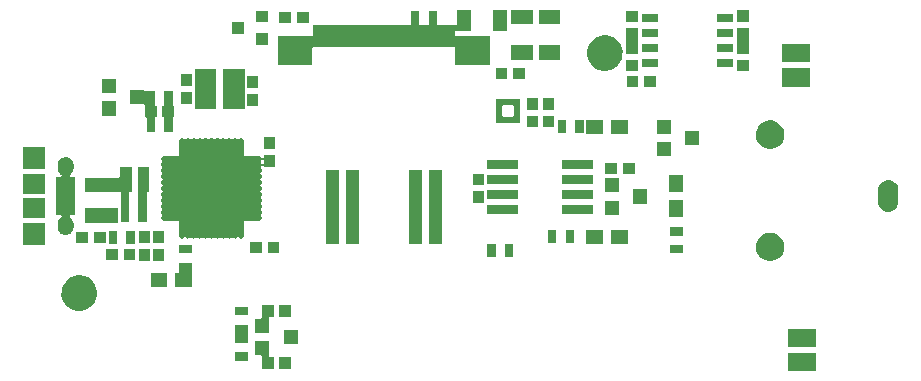
<source format=gbs>
G04 #@! TF.FileFunction,Soldermask,Bot*
%FSLAX46Y46*%
G04 Gerber Fmt 4.6, Leading zero omitted, Abs format (unit mm)*
G04 Created by KiCad (PCBNEW 4.0.4-stable) date 11/24/16 22:43:10*
%MOMM*%
%LPD*%
G01*
G04 APERTURE LIST*
%ADD10C,0.100000*%
G04 APERTURE END LIST*
D10*
G36*
X167600000Y-98600000D02*
X165200000Y-98600000D01*
X165200000Y-97050000D01*
X167600000Y-97050000D01*
X167600000Y-98600000D01*
X167600000Y-98600000D01*
G37*
G36*
X123150000Y-98375000D02*
X122150000Y-98375000D01*
X122150000Y-97425000D01*
X123150000Y-97425000D01*
X123150000Y-98375000D01*
X123150000Y-98375000D01*
G37*
G36*
X121300000Y-97325000D02*
X121303959Y-97352859D01*
X121315523Y-97378513D01*
X121333776Y-97399929D01*
X121357272Y-97415412D01*
X121384152Y-97423736D01*
X121400000Y-97425000D01*
X121650000Y-97425000D01*
X121650000Y-98375000D01*
X120650000Y-98375000D01*
X120650000Y-97350000D01*
X120646041Y-97322141D01*
X120634477Y-97296487D01*
X120616224Y-97275071D01*
X120592728Y-97259588D01*
X120565848Y-97251264D01*
X120550000Y-97250000D01*
X120100000Y-97250000D01*
X120100000Y-96050000D01*
X121300000Y-96050000D01*
X121300000Y-97325000D01*
X121300000Y-97325000D01*
G37*
G36*
X119450000Y-97700000D02*
X118350000Y-97700000D01*
X118350000Y-97000000D01*
X119450000Y-97000000D01*
X119450000Y-97700000D01*
X119450000Y-97700000D01*
G37*
G36*
X167600000Y-96550000D02*
X165200000Y-96550000D01*
X165200000Y-95000000D01*
X167600000Y-95000000D01*
X167600000Y-96550000D01*
X167600000Y-96550000D01*
G37*
G36*
X123700000Y-96300000D02*
X122500000Y-96300000D01*
X122500000Y-95100000D01*
X123700000Y-95100000D01*
X123700000Y-96300000D01*
X123700000Y-96300000D01*
G37*
G36*
X119450000Y-96200000D02*
X118350000Y-96200000D01*
X118350000Y-94650000D01*
X119450000Y-94650000D01*
X119450000Y-96200000D01*
X119450000Y-96200000D01*
G37*
G36*
X121650000Y-93975000D02*
X121400000Y-93975000D01*
X121372141Y-93978959D01*
X121346487Y-93990523D01*
X121325071Y-94008776D01*
X121309588Y-94032272D01*
X121301264Y-94059152D01*
X121300000Y-94075000D01*
X121300000Y-95350000D01*
X120100000Y-95350000D01*
X120100000Y-94150000D01*
X120550000Y-94150000D01*
X120577859Y-94146041D01*
X120603513Y-94134477D01*
X120624929Y-94116224D01*
X120640412Y-94092728D01*
X120648736Y-94065848D01*
X120650000Y-94050000D01*
X120650000Y-93025000D01*
X121650000Y-93025000D01*
X121650000Y-93975000D01*
X121650000Y-93975000D01*
G37*
G36*
X123150000Y-93975000D02*
X122150000Y-93975000D01*
X122150000Y-93025000D01*
X123150000Y-93025000D01*
X123150000Y-93975000D01*
X123150000Y-93975000D01*
G37*
G36*
X119450000Y-93850000D02*
X118350000Y-93850000D01*
X118350000Y-93150000D01*
X119450000Y-93150000D01*
X119450000Y-93850000D01*
X119450000Y-93850000D01*
G37*
G36*
X105357557Y-90470995D02*
X105645710Y-90530144D01*
X105916888Y-90644137D01*
X106160767Y-90808635D01*
X106368045Y-91017365D01*
X106530832Y-91262381D01*
X106642932Y-91534353D01*
X106699932Y-91822228D01*
X106699932Y-91822249D01*
X106700064Y-91822917D01*
X106695373Y-92158910D01*
X106695221Y-92159578D01*
X106695221Y-92159597D01*
X106630206Y-92445764D01*
X106510555Y-92714505D01*
X106340992Y-92954875D01*
X106127965Y-93157738D01*
X105879587Y-93315363D01*
X105605337Y-93421738D01*
X105315634Y-93472821D01*
X105021533Y-93466659D01*
X104734230Y-93403493D01*
X104464668Y-93285723D01*
X104223114Y-93117839D01*
X104018769Y-92906233D01*
X103859417Y-92658967D01*
X103751125Y-92385455D01*
X103698024Y-92096124D01*
X103702131Y-91801990D01*
X103763292Y-91514245D01*
X103879174Y-91243872D01*
X104045371Y-91001149D01*
X104255544Y-90795333D01*
X104501690Y-90634259D01*
X104774435Y-90524063D01*
X105063392Y-90468941D01*
X105357557Y-90470995D01*
X105357557Y-90470995D01*
G37*
G36*
X114750000Y-91500000D02*
X113350000Y-91500000D01*
X113350000Y-90300000D01*
X113550000Y-90300000D01*
X113577859Y-90296041D01*
X113603513Y-90284477D01*
X113624929Y-90266224D01*
X113640412Y-90242728D01*
X113648736Y-90215848D01*
X113650000Y-90200000D01*
X113650000Y-89400000D01*
X114750000Y-89400000D01*
X114750000Y-91500000D01*
X114750000Y-91500000D01*
G37*
G36*
X112650000Y-91500000D02*
X111250000Y-91500000D01*
X111250000Y-90300000D01*
X112650000Y-90300000D01*
X112650000Y-91500000D01*
X112650000Y-91500000D01*
G37*
G36*
X163826041Y-86850796D02*
X164056570Y-86898116D01*
X164273512Y-86989310D01*
X164468615Y-87120908D01*
X164634436Y-87287891D01*
X164764666Y-87483904D01*
X164854347Y-87701486D01*
X164899919Y-87931641D01*
X164899919Y-87931666D01*
X164900051Y-87932334D01*
X164896298Y-88201128D01*
X164896147Y-88201791D01*
X164896147Y-88201815D01*
X164844164Y-88430612D01*
X164748445Y-88645603D01*
X164612794Y-88837900D01*
X164442372Y-89000191D01*
X164243669Y-89126291D01*
X164024270Y-89211391D01*
X163792507Y-89252257D01*
X163557226Y-89247328D01*
X163327385Y-89196795D01*
X163111734Y-89102579D01*
X162918491Y-88968272D01*
X162755015Y-88798987D01*
X162627533Y-88601173D01*
X162540899Y-88382363D01*
X162498418Y-88150900D01*
X162501704Y-87915592D01*
X162550633Y-87685400D01*
X162643341Y-87469094D01*
X162776296Y-87274919D01*
X162944433Y-87110268D01*
X163141354Y-86981406D01*
X163359547Y-86893250D01*
X163590714Y-86849152D01*
X163826041Y-86850796D01*
X163826041Y-86850796D01*
G37*
G36*
X111175000Y-89250000D02*
X110225000Y-89250000D01*
X110225000Y-88250000D01*
X111175000Y-88250000D01*
X111175000Y-89250000D01*
X111175000Y-89250000D01*
G37*
G36*
X112375000Y-89250000D02*
X111425000Y-89250000D01*
X111425000Y-88250000D01*
X112375000Y-88250000D01*
X112375000Y-89250000D01*
X112375000Y-89250000D01*
G37*
G36*
X109950000Y-89175000D02*
X108950000Y-89175000D01*
X108950000Y-88225000D01*
X109950000Y-88225000D01*
X109950000Y-89175000D01*
X109950000Y-89175000D01*
G37*
G36*
X108450000Y-89175000D02*
X107450000Y-89175000D01*
X107450000Y-88225000D01*
X108450000Y-88225000D01*
X108450000Y-89175000D01*
X108450000Y-89175000D01*
G37*
G36*
X141950000Y-88900000D02*
X141250000Y-88900000D01*
X141250000Y-87800000D01*
X141950000Y-87800000D01*
X141950000Y-88900000D01*
X141950000Y-88900000D01*
G37*
G36*
X140450000Y-88900000D02*
X139750000Y-88900000D01*
X139750000Y-87800000D01*
X140450000Y-87800000D01*
X140450000Y-88900000D01*
X140450000Y-88900000D01*
G37*
G36*
X156300000Y-88600000D02*
X155200000Y-88600000D01*
X155200000Y-87900000D01*
X156300000Y-87900000D01*
X156300000Y-88600000D01*
X156300000Y-88600000D01*
G37*
G36*
X114750000Y-88600000D02*
X113650000Y-88600000D01*
X113650000Y-87900000D01*
X114750000Y-87900000D01*
X114750000Y-88600000D01*
X114750000Y-88600000D01*
G37*
G36*
X122150000Y-88575000D02*
X121150000Y-88575000D01*
X121150000Y-87625000D01*
X122150000Y-87625000D01*
X122150000Y-88575000D01*
X122150000Y-88575000D01*
G37*
G36*
X120650000Y-88575000D02*
X119650000Y-88575000D01*
X119650000Y-87625000D01*
X120650000Y-87625000D01*
X120650000Y-88575000D01*
X120650000Y-88575000D01*
G37*
G36*
X102300000Y-87900000D02*
X100400000Y-87900000D01*
X100400000Y-86000000D01*
X102300000Y-86000000D01*
X102300000Y-87900000D01*
X102300000Y-87900000D01*
G37*
G36*
X109900000Y-87850000D02*
X109200000Y-87850000D01*
X109200000Y-86750000D01*
X109900000Y-86750000D01*
X109900000Y-87850000D01*
X109900000Y-87850000D01*
G37*
G36*
X108400000Y-87850000D02*
X107700000Y-87850000D01*
X107700000Y-86750000D01*
X108400000Y-86750000D01*
X108400000Y-87850000D01*
X108400000Y-87850000D01*
G37*
G36*
X128900000Y-87825000D02*
X127800000Y-87825000D01*
X127800000Y-81575000D01*
X128900000Y-81575000D01*
X128900000Y-87825000D01*
X128900000Y-87825000D01*
G37*
G36*
X127200000Y-87825000D02*
X126100000Y-87825000D01*
X126100000Y-81575000D01*
X127200000Y-81575000D01*
X127200000Y-87825000D01*
X127200000Y-87825000D01*
G37*
G36*
X135900000Y-87825000D02*
X134800000Y-87825000D01*
X134800000Y-81575000D01*
X135900000Y-81575000D01*
X135900000Y-87825000D01*
X135900000Y-87825000D01*
G37*
G36*
X134200000Y-87825000D02*
X133100000Y-87825000D01*
X133100000Y-81575000D01*
X134200000Y-81575000D01*
X134200000Y-87825000D01*
X134200000Y-87825000D01*
G37*
G36*
X151650000Y-87800000D02*
X150250000Y-87800000D01*
X150250000Y-86600000D01*
X151650000Y-86600000D01*
X151650000Y-87800000D01*
X151650000Y-87800000D01*
G37*
G36*
X149550000Y-87800000D02*
X148150000Y-87800000D01*
X148150000Y-86600000D01*
X149550000Y-86600000D01*
X149550000Y-87800000D01*
X149550000Y-87800000D01*
G37*
G36*
X107450000Y-87775000D02*
X106450000Y-87775000D01*
X106450000Y-86825000D01*
X107450000Y-86825000D01*
X107450000Y-87775000D01*
X107450000Y-87775000D01*
G37*
G36*
X105950000Y-87775000D02*
X104950000Y-87775000D01*
X104950000Y-86825000D01*
X105950000Y-86825000D01*
X105950000Y-87775000D01*
X105950000Y-87775000D01*
G37*
G36*
X111175000Y-87750000D02*
X110225000Y-87750000D01*
X110225000Y-86750000D01*
X111175000Y-86750000D01*
X111175000Y-87750000D01*
X111175000Y-87750000D01*
G37*
G36*
X112375000Y-87750000D02*
X111425000Y-87750000D01*
X111425000Y-86750000D01*
X112375000Y-86750000D01*
X112375000Y-87750000D01*
X112375000Y-87750000D01*
G37*
G36*
X145600000Y-87750000D02*
X144900000Y-87750000D01*
X144900000Y-86650000D01*
X145600000Y-86650000D01*
X145600000Y-87750000D01*
X145600000Y-87750000D01*
G37*
G36*
X147100000Y-87750000D02*
X146400000Y-87750000D01*
X146400000Y-86650000D01*
X147100000Y-86650000D01*
X147100000Y-87750000D01*
X147100000Y-87750000D01*
G37*
G36*
X118950171Y-78851463D02*
X118950189Y-78851469D01*
X118950269Y-78851477D01*
X118996879Y-78865905D01*
X119039798Y-78889112D01*
X119077393Y-78920212D01*
X119108230Y-78958023D01*
X119131137Y-79001103D01*
X119145239Y-79047812D01*
X119150000Y-79096371D01*
X119150000Y-80103629D01*
X119149976Y-80107120D01*
X119144537Y-80155607D01*
X119129784Y-80202114D01*
X119128963Y-80203607D01*
X119128817Y-80204068D01*
X119119713Y-80228144D01*
X119117487Y-80256195D01*
X119123165Y-80283756D01*
X119136295Y-80308644D01*
X119155840Y-80328888D01*
X119164225Y-80333696D01*
X119165523Y-80336575D01*
X119183776Y-80357991D01*
X119207272Y-80373474D01*
X119234152Y-80381798D01*
X119262287Y-80382304D01*
X119295633Y-80371772D01*
X119301103Y-80368863D01*
X119347812Y-80354761D01*
X119396371Y-80350000D01*
X120403629Y-80350000D01*
X120407120Y-80350024D01*
X120455607Y-80355463D01*
X120502114Y-80370216D01*
X120544871Y-80393722D01*
X120582247Y-80425084D01*
X120612820Y-80463109D01*
X120635425Y-80506348D01*
X120635496Y-80506591D01*
X120636379Y-80508279D01*
X120652794Y-80531134D01*
X120674927Y-80548510D01*
X120701025Y-80559033D01*
X120729021Y-80561869D01*
X120756698Y-80556793D01*
X120781866Y-80544207D01*
X120802531Y-80525108D01*
X120817057Y-80501008D01*
X120825000Y-80461950D01*
X120825000Y-80300000D01*
X121775000Y-80300000D01*
X121775000Y-81300000D01*
X120825000Y-81300000D01*
X120825000Y-81238894D01*
X120821041Y-81211035D01*
X120809477Y-81185381D01*
X120791224Y-81163965D01*
X120767728Y-81148482D01*
X120740848Y-81140158D01*
X120712713Y-81139652D01*
X120685551Y-81147004D01*
X120661513Y-81161632D01*
X120637035Y-81191332D01*
X120634174Y-81196623D01*
X120634095Y-81196879D01*
X120610888Y-81239798D01*
X120579788Y-81277393D01*
X120579372Y-81277732D01*
X120573684Y-81284608D01*
X120574009Y-81284877D01*
X120566097Y-81293449D01*
X120553527Y-81318625D01*
X120548469Y-81346306D01*
X120551323Y-81374300D01*
X120561863Y-81400391D01*
X120576382Y-81417669D01*
X120576245Y-81417779D01*
X120581852Y-81424753D01*
X120582247Y-81425084D01*
X120612820Y-81463109D01*
X120635425Y-81506348D01*
X120649201Y-81553155D01*
X120649207Y-81553222D01*
X120649213Y-81553242D01*
X120653627Y-81601744D01*
X120648537Y-81650171D01*
X120648531Y-81650189D01*
X120648523Y-81650269D01*
X120634095Y-81696879D01*
X120610888Y-81739798D01*
X120579788Y-81777393D01*
X120579373Y-81777732D01*
X120573684Y-81784608D01*
X120574009Y-81784877D01*
X120566097Y-81793449D01*
X120553527Y-81818625D01*
X120548469Y-81846306D01*
X120551323Y-81874300D01*
X120561863Y-81900391D01*
X120576382Y-81917669D01*
X120576245Y-81917779D01*
X120581852Y-81924753D01*
X120582247Y-81925084D01*
X120612820Y-81963109D01*
X120635425Y-82006348D01*
X120649201Y-82053155D01*
X120649207Y-82053222D01*
X120649213Y-82053242D01*
X120653627Y-82101744D01*
X120648537Y-82150171D01*
X120648531Y-82150189D01*
X120648523Y-82150269D01*
X120634095Y-82196879D01*
X120610888Y-82239798D01*
X120579788Y-82277393D01*
X120579373Y-82277732D01*
X120573684Y-82284608D01*
X120574009Y-82284877D01*
X120566097Y-82293449D01*
X120553527Y-82318625D01*
X120548469Y-82346306D01*
X120551323Y-82374300D01*
X120561863Y-82400391D01*
X120576382Y-82417669D01*
X120576245Y-82417779D01*
X120581852Y-82424753D01*
X120582247Y-82425084D01*
X120612820Y-82463109D01*
X120635425Y-82506348D01*
X120649201Y-82553155D01*
X120649207Y-82553222D01*
X120649213Y-82553242D01*
X120653627Y-82601744D01*
X120648537Y-82650171D01*
X120648531Y-82650189D01*
X120648523Y-82650269D01*
X120634095Y-82696879D01*
X120610888Y-82739798D01*
X120579788Y-82777393D01*
X120579373Y-82777732D01*
X120573684Y-82784608D01*
X120574009Y-82784877D01*
X120566097Y-82793449D01*
X120553527Y-82818625D01*
X120548469Y-82846306D01*
X120551323Y-82874300D01*
X120561863Y-82900391D01*
X120576382Y-82917669D01*
X120576245Y-82917779D01*
X120581852Y-82924753D01*
X120582247Y-82925084D01*
X120612820Y-82963109D01*
X120635425Y-83006348D01*
X120649201Y-83053155D01*
X120649207Y-83053222D01*
X120649213Y-83053242D01*
X120653627Y-83101744D01*
X120648537Y-83150171D01*
X120648531Y-83150189D01*
X120648523Y-83150269D01*
X120634095Y-83196879D01*
X120610888Y-83239798D01*
X120579788Y-83277393D01*
X120579373Y-83277732D01*
X120573684Y-83284608D01*
X120574009Y-83284877D01*
X120566097Y-83293449D01*
X120553527Y-83318625D01*
X120548469Y-83346306D01*
X120551323Y-83374300D01*
X120561863Y-83400391D01*
X120576382Y-83417669D01*
X120576245Y-83417779D01*
X120581852Y-83424753D01*
X120582247Y-83425084D01*
X120612820Y-83463109D01*
X120635425Y-83506348D01*
X120649201Y-83553155D01*
X120649207Y-83553222D01*
X120649213Y-83553242D01*
X120653627Y-83601744D01*
X120648537Y-83650171D01*
X120648531Y-83650189D01*
X120648523Y-83650269D01*
X120634095Y-83696879D01*
X120610888Y-83739798D01*
X120579788Y-83777393D01*
X120579373Y-83777732D01*
X120573684Y-83784608D01*
X120574009Y-83784877D01*
X120566097Y-83793449D01*
X120553527Y-83818625D01*
X120548469Y-83846306D01*
X120551323Y-83874300D01*
X120561863Y-83900391D01*
X120576382Y-83917669D01*
X120576245Y-83917779D01*
X120581852Y-83924753D01*
X120582247Y-83925084D01*
X120612820Y-83963109D01*
X120635425Y-84006348D01*
X120649201Y-84053155D01*
X120649207Y-84053222D01*
X120649213Y-84053242D01*
X120653627Y-84101744D01*
X120648537Y-84150171D01*
X120648531Y-84150189D01*
X120648523Y-84150269D01*
X120634095Y-84196879D01*
X120610888Y-84239798D01*
X120579788Y-84277393D01*
X120579373Y-84277732D01*
X120573684Y-84284608D01*
X120574009Y-84284877D01*
X120566097Y-84293449D01*
X120553527Y-84318625D01*
X120548469Y-84346306D01*
X120551323Y-84374300D01*
X120561863Y-84400391D01*
X120576382Y-84417669D01*
X120576245Y-84417779D01*
X120581852Y-84424753D01*
X120582247Y-84425084D01*
X120612820Y-84463109D01*
X120635425Y-84506348D01*
X120649201Y-84553155D01*
X120649207Y-84553222D01*
X120649213Y-84553242D01*
X120653627Y-84601744D01*
X120648537Y-84650171D01*
X120648531Y-84650189D01*
X120648523Y-84650269D01*
X120634095Y-84696879D01*
X120610888Y-84739798D01*
X120579788Y-84777393D01*
X120579373Y-84777732D01*
X120573684Y-84784608D01*
X120574009Y-84784877D01*
X120566097Y-84793449D01*
X120553527Y-84818625D01*
X120548469Y-84846306D01*
X120551323Y-84874300D01*
X120561863Y-84900391D01*
X120576382Y-84917669D01*
X120576245Y-84917779D01*
X120581852Y-84924753D01*
X120582247Y-84925084D01*
X120612820Y-84963109D01*
X120635425Y-85006348D01*
X120649201Y-85053155D01*
X120649207Y-85053222D01*
X120649213Y-85053242D01*
X120653627Y-85101744D01*
X120648537Y-85150171D01*
X120648531Y-85150189D01*
X120648523Y-85150269D01*
X120634095Y-85196879D01*
X120610888Y-85239798D01*
X120579788Y-85277393D01*
X120579373Y-85277732D01*
X120573684Y-85284608D01*
X120574009Y-85284877D01*
X120566097Y-85293449D01*
X120553527Y-85318625D01*
X120548469Y-85346306D01*
X120551323Y-85374300D01*
X120561863Y-85400391D01*
X120576382Y-85417669D01*
X120576245Y-85417779D01*
X120581852Y-85424753D01*
X120582247Y-85425084D01*
X120612820Y-85463109D01*
X120635425Y-85506348D01*
X120649201Y-85553155D01*
X120649207Y-85553222D01*
X120649213Y-85553242D01*
X120653627Y-85601744D01*
X120648537Y-85650171D01*
X120648531Y-85650189D01*
X120648523Y-85650269D01*
X120634095Y-85696879D01*
X120610888Y-85739798D01*
X120579788Y-85777393D01*
X120541977Y-85808230D01*
X120498897Y-85831137D01*
X120452188Y-85845239D01*
X120403629Y-85850000D01*
X119396371Y-85850000D01*
X119392880Y-85849976D01*
X119344393Y-85844537D01*
X119297886Y-85829784D01*
X119296393Y-85828963D01*
X119295932Y-85828817D01*
X119271856Y-85819713D01*
X119243805Y-85817487D01*
X119216244Y-85823165D01*
X119191356Y-85836295D01*
X119171112Y-85855840D01*
X119166304Y-85864225D01*
X119163425Y-85865523D01*
X119142009Y-85883776D01*
X119126526Y-85907272D01*
X119118202Y-85934152D01*
X119117696Y-85962287D01*
X119128228Y-85995633D01*
X119131137Y-86001103D01*
X119145239Y-86047812D01*
X119150000Y-86096371D01*
X119150000Y-87103629D01*
X119149976Y-87107120D01*
X119144537Y-87155607D01*
X119129784Y-87202114D01*
X119106278Y-87244871D01*
X119074916Y-87282247D01*
X119036891Y-87312820D01*
X118993652Y-87335425D01*
X118946845Y-87349201D01*
X118946778Y-87349207D01*
X118946758Y-87349213D01*
X118898256Y-87353627D01*
X118849829Y-87348537D01*
X118849811Y-87348531D01*
X118849731Y-87348523D01*
X118803121Y-87334095D01*
X118760202Y-87310888D01*
X118722607Y-87279788D01*
X118722268Y-87279373D01*
X118715392Y-87273684D01*
X118715123Y-87274009D01*
X118706551Y-87266097D01*
X118681375Y-87253527D01*
X118653694Y-87248469D01*
X118625700Y-87251323D01*
X118599609Y-87261863D01*
X118582331Y-87276382D01*
X118582221Y-87276245D01*
X118575247Y-87281852D01*
X118574916Y-87282247D01*
X118536891Y-87312820D01*
X118493652Y-87335425D01*
X118446845Y-87349201D01*
X118446778Y-87349207D01*
X118446758Y-87349213D01*
X118398256Y-87353627D01*
X118349829Y-87348537D01*
X118349811Y-87348531D01*
X118349731Y-87348523D01*
X118303121Y-87334095D01*
X118260202Y-87310888D01*
X118222607Y-87279788D01*
X118222268Y-87279373D01*
X118215392Y-87273684D01*
X118215123Y-87274009D01*
X118206551Y-87266097D01*
X118181375Y-87253527D01*
X118153694Y-87248469D01*
X118125700Y-87251323D01*
X118099609Y-87261863D01*
X118082331Y-87276382D01*
X118082221Y-87276245D01*
X118075247Y-87281852D01*
X118074916Y-87282247D01*
X118036891Y-87312820D01*
X117993652Y-87335425D01*
X117946845Y-87349201D01*
X117946778Y-87349207D01*
X117946758Y-87349213D01*
X117898256Y-87353627D01*
X117849829Y-87348537D01*
X117849811Y-87348531D01*
X117849731Y-87348523D01*
X117803121Y-87334095D01*
X117760202Y-87310888D01*
X117722607Y-87279788D01*
X117722268Y-87279373D01*
X117715392Y-87273684D01*
X117715123Y-87274009D01*
X117706551Y-87266097D01*
X117681375Y-87253527D01*
X117653694Y-87248469D01*
X117625700Y-87251323D01*
X117599609Y-87261863D01*
X117582331Y-87276382D01*
X117582221Y-87276245D01*
X117575247Y-87281852D01*
X117574916Y-87282247D01*
X117536891Y-87312820D01*
X117493652Y-87335425D01*
X117446845Y-87349201D01*
X117446778Y-87349207D01*
X117446758Y-87349213D01*
X117398256Y-87353627D01*
X117349829Y-87348537D01*
X117349811Y-87348531D01*
X117349731Y-87348523D01*
X117303121Y-87334095D01*
X117260202Y-87310888D01*
X117222607Y-87279788D01*
X117222268Y-87279373D01*
X117215392Y-87273684D01*
X117215123Y-87274009D01*
X117206551Y-87266097D01*
X117181375Y-87253527D01*
X117153694Y-87248469D01*
X117125700Y-87251323D01*
X117099609Y-87261863D01*
X117082331Y-87276382D01*
X117082221Y-87276245D01*
X117075247Y-87281852D01*
X117074916Y-87282247D01*
X117036891Y-87312820D01*
X116993652Y-87335425D01*
X116946845Y-87349201D01*
X116946778Y-87349207D01*
X116946758Y-87349213D01*
X116898256Y-87353627D01*
X116849829Y-87348537D01*
X116849811Y-87348531D01*
X116849731Y-87348523D01*
X116803121Y-87334095D01*
X116760202Y-87310888D01*
X116722607Y-87279788D01*
X116722268Y-87279373D01*
X116715392Y-87273684D01*
X116715123Y-87274009D01*
X116706551Y-87266097D01*
X116681375Y-87253527D01*
X116653694Y-87248469D01*
X116625700Y-87251323D01*
X116599609Y-87261863D01*
X116582331Y-87276382D01*
X116582221Y-87276245D01*
X116575247Y-87281852D01*
X116574916Y-87282247D01*
X116536891Y-87312820D01*
X116493652Y-87335425D01*
X116446845Y-87349201D01*
X116446778Y-87349207D01*
X116446758Y-87349213D01*
X116398256Y-87353627D01*
X116349829Y-87348537D01*
X116349811Y-87348531D01*
X116349731Y-87348523D01*
X116303121Y-87334095D01*
X116260202Y-87310888D01*
X116222607Y-87279788D01*
X116222268Y-87279373D01*
X116215392Y-87273684D01*
X116215123Y-87274009D01*
X116206551Y-87266097D01*
X116181375Y-87253527D01*
X116153694Y-87248469D01*
X116125700Y-87251323D01*
X116099609Y-87261863D01*
X116082331Y-87276382D01*
X116082221Y-87276245D01*
X116075247Y-87281852D01*
X116074916Y-87282247D01*
X116036891Y-87312820D01*
X115993652Y-87335425D01*
X115946845Y-87349201D01*
X115946778Y-87349207D01*
X115946758Y-87349213D01*
X115898256Y-87353627D01*
X115849829Y-87348537D01*
X115849811Y-87348531D01*
X115849731Y-87348523D01*
X115803121Y-87334095D01*
X115760202Y-87310888D01*
X115722607Y-87279788D01*
X115722268Y-87279373D01*
X115715392Y-87273684D01*
X115715123Y-87274009D01*
X115706551Y-87266097D01*
X115681375Y-87253527D01*
X115653694Y-87248469D01*
X115625700Y-87251323D01*
X115599609Y-87261863D01*
X115582331Y-87276382D01*
X115582221Y-87276245D01*
X115575247Y-87281852D01*
X115574916Y-87282247D01*
X115536891Y-87312820D01*
X115493652Y-87335425D01*
X115446845Y-87349201D01*
X115446778Y-87349207D01*
X115446758Y-87349213D01*
X115398256Y-87353627D01*
X115349829Y-87348537D01*
X115349811Y-87348531D01*
X115349731Y-87348523D01*
X115303121Y-87334095D01*
X115260202Y-87310888D01*
X115222607Y-87279788D01*
X115222268Y-87279373D01*
X115215392Y-87273684D01*
X115215123Y-87274009D01*
X115206551Y-87266097D01*
X115181375Y-87253527D01*
X115153694Y-87248469D01*
X115125700Y-87251323D01*
X115099609Y-87261863D01*
X115082331Y-87276382D01*
X115082221Y-87276245D01*
X115075247Y-87281852D01*
X115074916Y-87282247D01*
X115036891Y-87312820D01*
X114993652Y-87335425D01*
X114946845Y-87349201D01*
X114946778Y-87349207D01*
X114946758Y-87349213D01*
X114898256Y-87353627D01*
X114849829Y-87348537D01*
X114849811Y-87348531D01*
X114849731Y-87348523D01*
X114803121Y-87334095D01*
X114760202Y-87310888D01*
X114722607Y-87279788D01*
X114722268Y-87279373D01*
X114715392Y-87273684D01*
X114715123Y-87274009D01*
X114706551Y-87266097D01*
X114681375Y-87253527D01*
X114653694Y-87248469D01*
X114625700Y-87251323D01*
X114599609Y-87261863D01*
X114582331Y-87276382D01*
X114582221Y-87276245D01*
X114575247Y-87281852D01*
X114574916Y-87282247D01*
X114536891Y-87312820D01*
X114493652Y-87335425D01*
X114446845Y-87349201D01*
X114446778Y-87349207D01*
X114446758Y-87349213D01*
X114398256Y-87353627D01*
X114349829Y-87348537D01*
X114349811Y-87348531D01*
X114349731Y-87348523D01*
X114303121Y-87334095D01*
X114260202Y-87310888D01*
X114222607Y-87279788D01*
X114222268Y-87279373D01*
X114215392Y-87273684D01*
X114215123Y-87274009D01*
X114206551Y-87266097D01*
X114181375Y-87253527D01*
X114153694Y-87248469D01*
X114125700Y-87251323D01*
X114099609Y-87261863D01*
X114082331Y-87276382D01*
X114082221Y-87276245D01*
X114075247Y-87281852D01*
X114074916Y-87282247D01*
X114036891Y-87312820D01*
X113993652Y-87335425D01*
X113946845Y-87349201D01*
X113946778Y-87349207D01*
X113946758Y-87349213D01*
X113898256Y-87353627D01*
X113849829Y-87348537D01*
X113849811Y-87348531D01*
X113849731Y-87348523D01*
X113803121Y-87334095D01*
X113760202Y-87310888D01*
X113722607Y-87279788D01*
X113691770Y-87241977D01*
X113668863Y-87198897D01*
X113654761Y-87152188D01*
X113650000Y-87103629D01*
X113650000Y-86096371D01*
X113650024Y-86092880D01*
X113655463Y-86044393D01*
X113670216Y-85997886D01*
X113671037Y-85996393D01*
X113671183Y-85995932D01*
X113680287Y-85971856D01*
X113682513Y-85943805D01*
X113676835Y-85916244D01*
X113663705Y-85891356D01*
X113644160Y-85871112D01*
X113635775Y-85866304D01*
X113634477Y-85863425D01*
X113616224Y-85842009D01*
X113592728Y-85826526D01*
X113565848Y-85818202D01*
X113537713Y-85817696D01*
X113504367Y-85828228D01*
X113498897Y-85831137D01*
X113452188Y-85845239D01*
X113403629Y-85850000D01*
X112396371Y-85850000D01*
X112392880Y-85849976D01*
X112344393Y-85844537D01*
X112297886Y-85829784D01*
X112255129Y-85806278D01*
X112217753Y-85774916D01*
X112187180Y-85736891D01*
X112164575Y-85693652D01*
X112150799Y-85646845D01*
X112150793Y-85646778D01*
X112150787Y-85646758D01*
X112146373Y-85598256D01*
X112151463Y-85549829D01*
X112151469Y-85549811D01*
X112151477Y-85549731D01*
X112165905Y-85503121D01*
X112189112Y-85460202D01*
X112220212Y-85422607D01*
X112220627Y-85422268D01*
X112226316Y-85415392D01*
X112225991Y-85415123D01*
X112233903Y-85406551D01*
X112246473Y-85381375D01*
X112251531Y-85353694D01*
X112248677Y-85325700D01*
X112238137Y-85299609D01*
X112223618Y-85282331D01*
X112223755Y-85282221D01*
X112218148Y-85275247D01*
X112217753Y-85274916D01*
X112187180Y-85236891D01*
X112164575Y-85193652D01*
X112150799Y-85146845D01*
X112150793Y-85146778D01*
X112150787Y-85146758D01*
X112146373Y-85098256D01*
X112151463Y-85049829D01*
X112151469Y-85049811D01*
X112151477Y-85049731D01*
X112165905Y-85003121D01*
X112189112Y-84960202D01*
X112220212Y-84922607D01*
X112220627Y-84922268D01*
X112226316Y-84915392D01*
X112225991Y-84915123D01*
X112233903Y-84906551D01*
X112246473Y-84881375D01*
X112251531Y-84853694D01*
X112248677Y-84825700D01*
X112238137Y-84799609D01*
X112223618Y-84782331D01*
X112223755Y-84782221D01*
X112218148Y-84775247D01*
X112217753Y-84774916D01*
X112187180Y-84736891D01*
X112164575Y-84693652D01*
X112150799Y-84646845D01*
X112150793Y-84646778D01*
X112150787Y-84646758D01*
X112146373Y-84598256D01*
X112151463Y-84549829D01*
X112151469Y-84549811D01*
X112151477Y-84549731D01*
X112165905Y-84503121D01*
X112189112Y-84460202D01*
X112220212Y-84422607D01*
X112220627Y-84422268D01*
X112226316Y-84415392D01*
X112225991Y-84415123D01*
X112233903Y-84406551D01*
X112246473Y-84381375D01*
X112251531Y-84353694D01*
X112248677Y-84325700D01*
X112238137Y-84299609D01*
X112223618Y-84282331D01*
X112223755Y-84282221D01*
X112218148Y-84275247D01*
X112217753Y-84274916D01*
X112187180Y-84236891D01*
X112164575Y-84193652D01*
X112150799Y-84146845D01*
X112150793Y-84146778D01*
X112150787Y-84146758D01*
X112146373Y-84098256D01*
X112151463Y-84049829D01*
X112151469Y-84049811D01*
X112151477Y-84049731D01*
X112165905Y-84003121D01*
X112189112Y-83960202D01*
X112220212Y-83922607D01*
X112220627Y-83922268D01*
X112226316Y-83915392D01*
X112225991Y-83915123D01*
X112233903Y-83906551D01*
X112246473Y-83881375D01*
X112251531Y-83853694D01*
X112248677Y-83825700D01*
X112238137Y-83799609D01*
X112223618Y-83782331D01*
X112223755Y-83782221D01*
X112218148Y-83775247D01*
X112217753Y-83774916D01*
X112187180Y-83736891D01*
X112164575Y-83693652D01*
X112150799Y-83646845D01*
X112150793Y-83646778D01*
X112150787Y-83646758D01*
X112146373Y-83598256D01*
X112151463Y-83549829D01*
X112151469Y-83549811D01*
X112151477Y-83549731D01*
X112165905Y-83503121D01*
X112189112Y-83460202D01*
X112220212Y-83422607D01*
X112220627Y-83422268D01*
X112226316Y-83415392D01*
X112225991Y-83415123D01*
X112233903Y-83406551D01*
X112246473Y-83381375D01*
X112251531Y-83353694D01*
X112248677Y-83325700D01*
X112238137Y-83299609D01*
X112223618Y-83282331D01*
X112223755Y-83282221D01*
X112218148Y-83275247D01*
X112217753Y-83274916D01*
X112187180Y-83236891D01*
X112164575Y-83193652D01*
X112150799Y-83146845D01*
X112150793Y-83146778D01*
X112150787Y-83146758D01*
X112146373Y-83098256D01*
X112151463Y-83049829D01*
X112151469Y-83049811D01*
X112151477Y-83049731D01*
X112165905Y-83003121D01*
X112189112Y-82960202D01*
X112220212Y-82922607D01*
X112220627Y-82922268D01*
X112226316Y-82915392D01*
X112225991Y-82915123D01*
X112233903Y-82906551D01*
X112246473Y-82881375D01*
X112251531Y-82853694D01*
X112248677Y-82825700D01*
X112238137Y-82799609D01*
X112223618Y-82782331D01*
X112223755Y-82782221D01*
X112218148Y-82775247D01*
X112217753Y-82774916D01*
X112187180Y-82736891D01*
X112164575Y-82693652D01*
X112150799Y-82646845D01*
X112150793Y-82646778D01*
X112150787Y-82646758D01*
X112146373Y-82598256D01*
X112151463Y-82549829D01*
X112151469Y-82549811D01*
X112151477Y-82549731D01*
X112165905Y-82503121D01*
X112189112Y-82460202D01*
X112220212Y-82422607D01*
X112220627Y-82422268D01*
X112226316Y-82415392D01*
X112225991Y-82415123D01*
X112233903Y-82406551D01*
X112246473Y-82381375D01*
X112251531Y-82353694D01*
X112248677Y-82325700D01*
X112238137Y-82299609D01*
X112223618Y-82282331D01*
X112223755Y-82282221D01*
X112218148Y-82275247D01*
X112217753Y-82274916D01*
X112187180Y-82236891D01*
X112164575Y-82193652D01*
X112150799Y-82146845D01*
X112150793Y-82146778D01*
X112150787Y-82146758D01*
X112146373Y-82098256D01*
X112151463Y-82049829D01*
X112151469Y-82049811D01*
X112151477Y-82049731D01*
X112165905Y-82003121D01*
X112189112Y-81960202D01*
X112220212Y-81922607D01*
X112220627Y-81922268D01*
X112226316Y-81915392D01*
X112225991Y-81915123D01*
X112233903Y-81906551D01*
X112246473Y-81881375D01*
X112251531Y-81853694D01*
X112248677Y-81825700D01*
X112238137Y-81799609D01*
X112223618Y-81782331D01*
X112223755Y-81782221D01*
X112218148Y-81775247D01*
X112217753Y-81774916D01*
X112187180Y-81736891D01*
X112164575Y-81693652D01*
X112150799Y-81646845D01*
X112150793Y-81646778D01*
X112150787Y-81646758D01*
X112146373Y-81598256D01*
X112151463Y-81549829D01*
X112151469Y-81549811D01*
X112151477Y-81549731D01*
X112165905Y-81503121D01*
X112189112Y-81460202D01*
X112220212Y-81422607D01*
X112220627Y-81422268D01*
X112226316Y-81415392D01*
X112225991Y-81415123D01*
X112233903Y-81406551D01*
X112246473Y-81381375D01*
X112251531Y-81353694D01*
X112248677Y-81325700D01*
X112238137Y-81299609D01*
X112223618Y-81282331D01*
X112223755Y-81282221D01*
X112218148Y-81275247D01*
X112217753Y-81274916D01*
X112187180Y-81236891D01*
X112164575Y-81193652D01*
X112150799Y-81146845D01*
X112150793Y-81146778D01*
X112150787Y-81146758D01*
X112146373Y-81098256D01*
X112151463Y-81049829D01*
X112151469Y-81049811D01*
X112151477Y-81049731D01*
X112165905Y-81003121D01*
X112189112Y-80960202D01*
X112220212Y-80922607D01*
X112220627Y-80922268D01*
X112226316Y-80915392D01*
X112225991Y-80915123D01*
X112233903Y-80906551D01*
X112246473Y-80881375D01*
X112251531Y-80853694D01*
X112250778Y-80846306D01*
X120548469Y-80846306D01*
X120551323Y-80874300D01*
X120561863Y-80900391D01*
X120576382Y-80917669D01*
X120576245Y-80917779D01*
X120581852Y-80924753D01*
X120582247Y-80925084D01*
X120612820Y-80963109D01*
X120635425Y-81006348D01*
X120635496Y-81006591D01*
X120636379Y-81008279D01*
X120652794Y-81031134D01*
X120674927Y-81048510D01*
X120701025Y-81059033D01*
X120729021Y-81061869D01*
X120756698Y-81056793D01*
X120781866Y-81044207D01*
X120802531Y-81025108D01*
X120817057Y-81001008D01*
X120825000Y-80961950D01*
X120825000Y-80738894D01*
X120821041Y-80711035D01*
X120809477Y-80685381D01*
X120791224Y-80663965D01*
X120767728Y-80648482D01*
X120740848Y-80640158D01*
X120712713Y-80639652D01*
X120685551Y-80647004D01*
X120661513Y-80661632D01*
X120637035Y-80691332D01*
X120634174Y-80696623D01*
X120634095Y-80696879D01*
X120610888Y-80739798D01*
X120579788Y-80777393D01*
X120579372Y-80777732D01*
X120573684Y-80784608D01*
X120574009Y-80784877D01*
X120566097Y-80793449D01*
X120553527Y-80818625D01*
X120548469Y-80846306D01*
X112250778Y-80846306D01*
X112248677Y-80825700D01*
X112238137Y-80799609D01*
X112223618Y-80782331D01*
X112223755Y-80782221D01*
X112218148Y-80775247D01*
X112217753Y-80774916D01*
X112187180Y-80736891D01*
X112164575Y-80693652D01*
X112150799Y-80646845D01*
X112150793Y-80646778D01*
X112150787Y-80646758D01*
X112146373Y-80598256D01*
X112151463Y-80549829D01*
X112151469Y-80549811D01*
X112151477Y-80549731D01*
X112165905Y-80503121D01*
X112189112Y-80460202D01*
X112220212Y-80422607D01*
X112258023Y-80391770D01*
X112301103Y-80368863D01*
X112347812Y-80354761D01*
X112396371Y-80350000D01*
X113403629Y-80350000D01*
X113407120Y-80350024D01*
X113455607Y-80355463D01*
X113502114Y-80370216D01*
X113503607Y-80371037D01*
X113504068Y-80371183D01*
X113528144Y-80380287D01*
X113556195Y-80382513D01*
X113583756Y-80376835D01*
X113608644Y-80363705D01*
X113628888Y-80344160D01*
X113633696Y-80335775D01*
X113636575Y-80334477D01*
X113657991Y-80316224D01*
X113673474Y-80292728D01*
X113681798Y-80265848D01*
X113682304Y-80237713D01*
X113671772Y-80204367D01*
X113668863Y-80198897D01*
X113654761Y-80152188D01*
X113650000Y-80103629D01*
X113650000Y-79096371D01*
X113650024Y-79092880D01*
X113655463Y-79044393D01*
X113670216Y-78997886D01*
X113693722Y-78955129D01*
X113725084Y-78917753D01*
X113763109Y-78887180D01*
X113806348Y-78864575D01*
X113853155Y-78850799D01*
X113853222Y-78850793D01*
X113853242Y-78850787D01*
X113901744Y-78846373D01*
X113950171Y-78851463D01*
X113950189Y-78851469D01*
X113950269Y-78851477D01*
X113996879Y-78865905D01*
X114039798Y-78889112D01*
X114077393Y-78920212D01*
X114077732Y-78920627D01*
X114084608Y-78926316D01*
X114084877Y-78925991D01*
X114093449Y-78933903D01*
X114118625Y-78946473D01*
X114146306Y-78951531D01*
X114174300Y-78948677D01*
X114200391Y-78938137D01*
X114217669Y-78923618D01*
X114217779Y-78923755D01*
X114224753Y-78918148D01*
X114225084Y-78917753D01*
X114263109Y-78887180D01*
X114306348Y-78864575D01*
X114353155Y-78850799D01*
X114353222Y-78850793D01*
X114353242Y-78850787D01*
X114401744Y-78846373D01*
X114450171Y-78851463D01*
X114450189Y-78851469D01*
X114450269Y-78851477D01*
X114496879Y-78865905D01*
X114539798Y-78889112D01*
X114577393Y-78920212D01*
X114577732Y-78920627D01*
X114584608Y-78926316D01*
X114584877Y-78925991D01*
X114593449Y-78933903D01*
X114618625Y-78946473D01*
X114646306Y-78951531D01*
X114674300Y-78948677D01*
X114700391Y-78938137D01*
X114717669Y-78923618D01*
X114717779Y-78923755D01*
X114724753Y-78918148D01*
X114725084Y-78917753D01*
X114763109Y-78887180D01*
X114806348Y-78864575D01*
X114853155Y-78850799D01*
X114853222Y-78850793D01*
X114853242Y-78850787D01*
X114901744Y-78846373D01*
X114950171Y-78851463D01*
X114950189Y-78851469D01*
X114950269Y-78851477D01*
X114996879Y-78865905D01*
X115039798Y-78889112D01*
X115077393Y-78920212D01*
X115077732Y-78920627D01*
X115084608Y-78926316D01*
X115084877Y-78925991D01*
X115093449Y-78933903D01*
X115118625Y-78946473D01*
X115146306Y-78951531D01*
X115174300Y-78948677D01*
X115200391Y-78938137D01*
X115217669Y-78923618D01*
X115217779Y-78923755D01*
X115224753Y-78918148D01*
X115225084Y-78917753D01*
X115263109Y-78887180D01*
X115306348Y-78864575D01*
X115353155Y-78850799D01*
X115353222Y-78850793D01*
X115353242Y-78850787D01*
X115401744Y-78846373D01*
X115450171Y-78851463D01*
X115450189Y-78851469D01*
X115450269Y-78851477D01*
X115496879Y-78865905D01*
X115539798Y-78889112D01*
X115577393Y-78920212D01*
X115577732Y-78920627D01*
X115584608Y-78926316D01*
X115584877Y-78925991D01*
X115593449Y-78933903D01*
X115618625Y-78946473D01*
X115646306Y-78951531D01*
X115674300Y-78948677D01*
X115700391Y-78938137D01*
X115717669Y-78923618D01*
X115717779Y-78923755D01*
X115724753Y-78918148D01*
X115725084Y-78917753D01*
X115763109Y-78887180D01*
X115806348Y-78864575D01*
X115853155Y-78850799D01*
X115853222Y-78850793D01*
X115853242Y-78850787D01*
X115901744Y-78846373D01*
X115950171Y-78851463D01*
X115950189Y-78851469D01*
X115950269Y-78851477D01*
X115996879Y-78865905D01*
X116039798Y-78889112D01*
X116077393Y-78920212D01*
X116077732Y-78920627D01*
X116084608Y-78926316D01*
X116084877Y-78925991D01*
X116093449Y-78933903D01*
X116118625Y-78946473D01*
X116146306Y-78951531D01*
X116174300Y-78948677D01*
X116200391Y-78938137D01*
X116217669Y-78923618D01*
X116217779Y-78923755D01*
X116224753Y-78918148D01*
X116225084Y-78917753D01*
X116263109Y-78887180D01*
X116306348Y-78864575D01*
X116353155Y-78850799D01*
X116353222Y-78850793D01*
X116353242Y-78850787D01*
X116401744Y-78846373D01*
X116450171Y-78851463D01*
X116450189Y-78851469D01*
X116450269Y-78851477D01*
X116496879Y-78865905D01*
X116539798Y-78889112D01*
X116577393Y-78920212D01*
X116577732Y-78920627D01*
X116584608Y-78926316D01*
X116584877Y-78925991D01*
X116593449Y-78933903D01*
X116618625Y-78946473D01*
X116646306Y-78951531D01*
X116674300Y-78948677D01*
X116700391Y-78938137D01*
X116717669Y-78923618D01*
X116717779Y-78923755D01*
X116724753Y-78918148D01*
X116725084Y-78917753D01*
X116763109Y-78887180D01*
X116806348Y-78864575D01*
X116853155Y-78850799D01*
X116853222Y-78850793D01*
X116853242Y-78850787D01*
X116901744Y-78846373D01*
X116950171Y-78851463D01*
X116950189Y-78851469D01*
X116950269Y-78851477D01*
X116996879Y-78865905D01*
X117039798Y-78889112D01*
X117077393Y-78920212D01*
X117077732Y-78920627D01*
X117084608Y-78926316D01*
X117084877Y-78925991D01*
X117093449Y-78933903D01*
X117118625Y-78946473D01*
X117146306Y-78951531D01*
X117174300Y-78948677D01*
X117200391Y-78938137D01*
X117217669Y-78923618D01*
X117217779Y-78923755D01*
X117224753Y-78918148D01*
X117225084Y-78917753D01*
X117263109Y-78887180D01*
X117306348Y-78864575D01*
X117353155Y-78850799D01*
X117353222Y-78850793D01*
X117353242Y-78850787D01*
X117401744Y-78846373D01*
X117450171Y-78851463D01*
X117450189Y-78851469D01*
X117450269Y-78851477D01*
X117496879Y-78865905D01*
X117539798Y-78889112D01*
X117577393Y-78920212D01*
X117577732Y-78920627D01*
X117584608Y-78926316D01*
X117584877Y-78925991D01*
X117593449Y-78933903D01*
X117618625Y-78946473D01*
X117646306Y-78951531D01*
X117674300Y-78948677D01*
X117700391Y-78938137D01*
X117717669Y-78923618D01*
X117717779Y-78923755D01*
X117724753Y-78918148D01*
X117725084Y-78917753D01*
X117763109Y-78887180D01*
X117806348Y-78864575D01*
X117853155Y-78850799D01*
X117853222Y-78850793D01*
X117853242Y-78850787D01*
X117901744Y-78846373D01*
X117950171Y-78851463D01*
X117950189Y-78851469D01*
X117950269Y-78851477D01*
X117996879Y-78865905D01*
X118039798Y-78889112D01*
X118077393Y-78920212D01*
X118077732Y-78920627D01*
X118084608Y-78926316D01*
X118084877Y-78925991D01*
X118093449Y-78933903D01*
X118118625Y-78946473D01*
X118146306Y-78951531D01*
X118174300Y-78948677D01*
X118200391Y-78938137D01*
X118217669Y-78923618D01*
X118217779Y-78923755D01*
X118224753Y-78918148D01*
X118225084Y-78917753D01*
X118263109Y-78887180D01*
X118306348Y-78864575D01*
X118353155Y-78850799D01*
X118353222Y-78850793D01*
X118353242Y-78850787D01*
X118401744Y-78846373D01*
X118450171Y-78851463D01*
X118450189Y-78851469D01*
X118450269Y-78851477D01*
X118496879Y-78865905D01*
X118539798Y-78889112D01*
X118577393Y-78920212D01*
X118577732Y-78920627D01*
X118584608Y-78926316D01*
X118584877Y-78925991D01*
X118593449Y-78933903D01*
X118618625Y-78946473D01*
X118646306Y-78951531D01*
X118674300Y-78948677D01*
X118700391Y-78938137D01*
X118717669Y-78923618D01*
X118717779Y-78923755D01*
X118724753Y-78918148D01*
X118725084Y-78917753D01*
X118763109Y-78887180D01*
X118806348Y-78864575D01*
X118853155Y-78850799D01*
X118853222Y-78850793D01*
X118853242Y-78850787D01*
X118901744Y-78846373D01*
X118950171Y-78851463D01*
X118950171Y-78851463D01*
G37*
G36*
X156300000Y-87100000D02*
X155200000Y-87100000D01*
X155200000Y-86400000D01*
X156300000Y-86400000D01*
X156300000Y-87100000D01*
X156300000Y-87100000D01*
G37*
G36*
X104185629Y-80459901D02*
X104185651Y-80459908D01*
X104185728Y-80459916D01*
X104311573Y-80498871D01*
X104427455Y-80561529D01*
X104528960Y-80645501D01*
X104612222Y-80747590D01*
X104674069Y-80863906D01*
X104712145Y-80990021D01*
X104725000Y-81121129D01*
X104725000Y-81378938D01*
X104724963Y-81384237D01*
X104724962Y-81384243D01*
X104724934Y-81388295D01*
X104710250Y-81519211D01*
X104670416Y-81644782D01*
X104606952Y-81760224D01*
X104522273Y-81861140D01*
X104419605Y-81943687D01*
X104419147Y-81943927D01*
X104415242Y-81947066D01*
X104396011Y-81967608D01*
X104383264Y-81992695D01*
X104378011Y-82020339D01*
X104380667Y-82048353D01*
X104391023Y-82074517D01*
X104408257Y-82096761D01*
X104431007Y-82113322D01*
X104457470Y-82122890D01*
X104477902Y-82125000D01*
X104825000Y-82125000D01*
X104825000Y-85375000D01*
X104477566Y-85375000D01*
X104449707Y-85378959D01*
X104424053Y-85390523D01*
X104402637Y-85408776D01*
X104387154Y-85432272D01*
X104378830Y-85459152D01*
X104378324Y-85487287D01*
X104385676Y-85514449D01*
X104400304Y-85538487D01*
X104420014Y-85554731D01*
X104419633Y-85555192D01*
X104426988Y-85561276D01*
X104427455Y-85561529D01*
X104528960Y-85645501D01*
X104612222Y-85747590D01*
X104674069Y-85863906D01*
X104712145Y-85990021D01*
X104725000Y-86121129D01*
X104725000Y-86378938D01*
X104724963Y-86384237D01*
X104724962Y-86384243D01*
X104724934Y-86388295D01*
X104710250Y-86519211D01*
X104670416Y-86644782D01*
X104606952Y-86760224D01*
X104522273Y-86861140D01*
X104419605Y-86943687D01*
X104302859Y-87004720D01*
X104176482Y-87041915D01*
X104176419Y-87041921D01*
X104176391Y-87041929D01*
X104045293Y-87053859D01*
X103914371Y-87040099D01*
X103914349Y-87040092D01*
X103914272Y-87040084D01*
X103788427Y-87001129D01*
X103672545Y-86938471D01*
X103571040Y-86854499D01*
X103487778Y-86752410D01*
X103425931Y-86636094D01*
X103387855Y-86509979D01*
X103375000Y-86378871D01*
X103375000Y-86121062D01*
X103375037Y-86115763D01*
X103375038Y-86115757D01*
X103375066Y-86111705D01*
X103389750Y-85980789D01*
X103429584Y-85855218D01*
X103493048Y-85739776D01*
X103577727Y-85638860D01*
X103680395Y-85556313D01*
X103680853Y-85556073D01*
X103684758Y-85552934D01*
X103703989Y-85532392D01*
X103716736Y-85507305D01*
X103721989Y-85479661D01*
X103719333Y-85451647D01*
X103708977Y-85425483D01*
X103691743Y-85403239D01*
X103668993Y-85386678D01*
X103642530Y-85377110D01*
X103622098Y-85375000D01*
X103275000Y-85375000D01*
X103275000Y-82125000D01*
X103622434Y-82125000D01*
X103650293Y-82121041D01*
X103675947Y-82109477D01*
X103697363Y-82091224D01*
X103712846Y-82067728D01*
X103721170Y-82040848D01*
X103721676Y-82012713D01*
X103714324Y-81985551D01*
X103699696Y-81961513D01*
X103679986Y-81945269D01*
X103680367Y-81944808D01*
X103673012Y-81938724D01*
X103672545Y-81938471D01*
X103571040Y-81854499D01*
X103487778Y-81752410D01*
X103425931Y-81636094D01*
X103387855Y-81509979D01*
X103375000Y-81378871D01*
X103375000Y-81121062D01*
X103375037Y-81115763D01*
X103375038Y-81115757D01*
X103375066Y-81111705D01*
X103389750Y-80980789D01*
X103429584Y-80855218D01*
X103493048Y-80739776D01*
X103577727Y-80638860D01*
X103680395Y-80556313D01*
X103797141Y-80495280D01*
X103923518Y-80458085D01*
X103923581Y-80458079D01*
X103923609Y-80458071D01*
X104054707Y-80446141D01*
X104185629Y-80459901D01*
X104185629Y-80459901D01*
G37*
G36*
X108495400Y-86000860D02*
X105704600Y-86000860D01*
X105704600Y-84800100D01*
X108495400Y-84800100D01*
X108495400Y-86000860D01*
X108495400Y-86000860D01*
G37*
G36*
X111150000Y-83375000D02*
X111000000Y-83375000D01*
X110972141Y-83378959D01*
X110946487Y-83390523D01*
X110925071Y-83408776D01*
X110909588Y-83432272D01*
X110901264Y-83459152D01*
X110900000Y-83475000D01*
X110900000Y-85950000D01*
X110200000Y-85950000D01*
X110200000Y-83475000D01*
X110196041Y-83447141D01*
X110184477Y-83421487D01*
X110166224Y-83400071D01*
X110150000Y-83389380D01*
X110150000Y-81325000D01*
X111150000Y-81325000D01*
X111150000Y-83375000D01*
X111150000Y-83375000D01*
G37*
G36*
X109650000Y-83375000D02*
X109500000Y-83375000D01*
X109472141Y-83378959D01*
X109446487Y-83390523D01*
X109425071Y-83408776D01*
X109409588Y-83432272D01*
X109401264Y-83459152D01*
X109400000Y-83475000D01*
X109400000Y-85950000D01*
X108700000Y-85950000D01*
X108700000Y-83475000D01*
X108696041Y-83447141D01*
X108684477Y-83421487D01*
X108666224Y-83400071D01*
X108642728Y-83384588D01*
X108615848Y-83376264D01*
X108600000Y-83375000D01*
X108595400Y-83375000D01*
X108567541Y-83378959D01*
X108541887Y-83390523D01*
X108530885Y-83399900D01*
X105704600Y-83399900D01*
X105704600Y-82199140D01*
X108550000Y-82199140D01*
X108577859Y-82195181D01*
X108603513Y-82183617D01*
X108624929Y-82165364D01*
X108640412Y-82141868D01*
X108648736Y-82114988D01*
X108650000Y-82099140D01*
X108650000Y-81325000D01*
X109650000Y-81325000D01*
X109650000Y-83375000D01*
X109650000Y-83375000D01*
G37*
G36*
X102300000Y-85600000D02*
X100400000Y-85600000D01*
X100400000Y-83900000D01*
X102300000Y-83900000D01*
X102300000Y-85600000D01*
X102300000Y-85600000D01*
G37*
G36*
X156350000Y-85500000D02*
X155150000Y-85500000D01*
X155150000Y-84100000D01*
X156350000Y-84100000D01*
X156350000Y-85500000D01*
X156350000Y-85500000D01*
G37*
G36*
X150900000Y-85350000D02*
X149700000Y-85350000D01*
X149700000Y-84150000D01*
X150900000Y-84150000D01*
X150900000Y-85350000D01*
X150900000Y-85350000D01*
G37*
G36*
X148666770Y-85304720D02*
X146067230Y-85304720D01*
X146067230Y-84505280D01*
X148666770Y-84505280D01*
X148666770Y-85304720D01*
X148666770Y-85304720D01*
G37*
G36*
X142332770Y-85304720D02*
X139733230Y-85304720D01*
X139733230Y-84505280D01*
X142332770Y-84505280D01*
X142332770Y-85304720D01*
X142332770Y-85304720D01*
G37*
G36*
X173870818Y-82410815D02*
X173870836Y-82410821D01*
X173870916Y-82410829D01*
X174029388Y-82459884D01*
X174175314Y-82538786D01*
X174303135Y-82644529D01*
X174407983Y-82773085D01*
X174485864Y-82919558D01*
X174533812Y-83078369D01*
X174550000Y-83243468D01*
X174550000Y-84256600D01*
X174549946Y-84264342D01*
X174549945Y-84264348D01*
X174549917Y-84268400D01*
X174531425Y-84433257D01*
X174481265Y-84591383D01*
X174401346Y-84736754D01*
X174294714Y-84863834D01*
X174165429Y-84967782D01*
X174018416Y-85044638D01*
X173859274Y-85091476D01*
X173859213Y-85091482D01*
X173859184Y-85091490D01*
X173694071Y-85106516D01*
X173529182Y-85089185D01*
X173529164Y-85089179D01*
X173529084Y-85089171D01*
X173370612Y-85040116D01*
X173224686Y-84961214D01*
X173096865Y-84855471D01*
X172992017Y-84726915D01*
X172914136Y-84580442D01*
X172866188Y-84421631D01*
X172850000Y-84256532D01*
X172850000Y-83243400D01*
X172850054Y-83235658D01*
X172850055Y-83235652D01*
X172850083Y-83231600D01*
X172868575Y-83066743D01*
X172918735Y-82908617D01*
X172998654Y-82763246D01*
X173105286Y-82636166D01*
X173234571Y-82532218D01*
X173381584Y-82455362D01*
X173540726Y-82408524D01*
X173540787Y-82408518D01*
X173540816Y-82408510D01*
X173705929Y-82393484D01*
X173870818Y-82410815D01*
X173870818Y-82410815D01*
G37*
G36*
X153300000Y-84400000D02*
X152100000Y-84400000D01*
X152100000Y-83200000D01*
X153300000Y-83200000D01*
X153300000Y-84400000D01*
X153300000Y-84400000D01*
G37*
G36*
X139475000Y-84350000D02*
X138525000Y-84350000D01*
X138525000Y-83350000D01*
X139475000Y-83350000D01*
X139475000Y-84350000D01*
X139475000Y-84350000D01*
G37*
G36*
X142332770Y-84034720D02*
X139733230Y-84034720D01*
X139733230Y-83235280D01*
X142332770Y-83235280D01*
X142332770Y-84034720D01*
X142332770Y-84034720D01*
G37*
G36*
X148666770Y-84034720D02*
X146067230Y-84034720D01*
X146067230Y-83235280D01*
X148666770Y-83235280D01*
X148666770Y-84034720D01*
X148666770Y-84034720D01*
G37*
G36*
X102300000Y-83600000D02*
X100400000Y-83600000D01*
X100400000Y-81900000D01*
X102300000Y-81900000D01*
X102300000Y-83600000D01*
X102300000Y-83600000D01*
G37*
G36*
X150900000Y-83450000D02*
X149700000Y-83450000D01*
X149700000Y-82250000D01*
X150900000Y-82250000D01*
X150900000Y-83450000D01*
X150900000Y-83450000D01*
G37*
G36*
X156350000Y-83400000D02*
X155150000Y-83400000D01*
X155150000Y-82000000D01*
X156350000Y-82000000D01*
X156350000Y-83400000D01*
X156350000Y-83400000D01*
G37*
G36*
X139475000Y-82850000D02*
X138525000Y-82850000D01*
X138525000Y-81850000D01*
X139475000Y-81850000D01*
X139475000Y-82850000D01*
X139475000Y-82850000D01*
G37*
G36*
X148666770Y-82764720D02*
X146067230Y-82764720D01*
X146067230Y-81965280D01*
X148666770Y-81965280D01*
X148666770Y-82764720D01*
X148666770Y-82764720D01*
G37*
G36*
X142332770Y-82764720D02*
X139733230Y-82764720D01*
X139733230Y-81965280D01*
X142332770Y-81965280D01*
X142332770Y-82764720D01*
X142332770Y-82764720D01*
G37*
G36*
X152250000Y-81875000D02*
X151250000Y-81875000D01*
X151250000Y-80925000D01*
X152250000Y-80925000D01*
X152250000Y-81875000D01*
X152250000Y-81875000D01*
G37*
G36*
X150750000Y-81875000D02*
X149750000Y-81875000D01*
X149750000Y-80925000D01*
X150750000Y-80925000D01*
X150750000Y-81875000D01*
X150750000Y-81875000D01*
G37*
G36*
X102300000Y-81500000D02*
X100400000Y-81500000D01*
X100400000Y-79600000D01*
X102300000Y-79600000D01*
X102300000Y-81500000D01*
X102300000Y-81500000D01*
G37*
G36*
X142332770Y-81494720D02*
X139733230Y-81494720D01*
X139733230Y-80695280D01*
X142332770Y-80695280D01*
X142332770Y-81494720D01*
X142332770Y-81494720D01*
G37*
G36*
X148666770Y-81494720D02*
X146067230Y-81494720D01*
X146067230Y-80695280D01*
X148666770Y-80695280D01*
X148666770Y-81494720D01*
X148666770Y-81494720D01*
G37*
G36*
X155300000Y-80400000D02*
X154100000Y-80400000D01*
X154100000Y-79200000D01*
X155300000Y-79200000D01*
X155300000Y-80400000D01*
X155300000Y-80400000D01*
G37*
G36*
X121775000Y-79800000D02*
X120825000Y-79800000D01*
X120825000Y-78800000D01*
X121775000Y-78800000D01*
X121775000Y-79800000D01*
X121775000Y-79800000D01*
G37*
G36*
X163826041Y-77350796D02*
X164056570Y-77398116D01*
X164273512Y-77489310D01*
X164468615Y-77620908D01*
X164634436Y-77787891D01*
X164764666Y-77983904D01*
X164854347Y-78201486D01*
X164899919Y-78431641D01*
X164899919Y-78431666D01*
X164900051Y-78432334D01*
X164896298Y-78701128D01*
X164896147Y-78701791D01*
X164896147Y-78701815D01*
X164844164Y-78930612D01*
X164748445Y-79145603D01*
X164612794Y-79337900D01*
X164442372Y-79500191D01*
X164243669Y-79626291D01*
X164024270Y-79711391D01*
X163792507Y-79752257D01*
X163557226Y-79747328D01*
X163327385Y-79696795D01*
X163111734Y-79602579D01*
X162918491Y-79468272D01*
X162755015Y-79298987D01*
X162627533Y-79101173D01*
X162540899Y-78882363D01*
X162498418Y-78650900D01*
X162501704Y-78415592D01*
X162550633Y-78185400D01*
X162643341Y-77969094D01*
X162776296Y-77774919D01*
X162944433Y-77610268D01*
X163141354Y-77481406D01*
X163359547Y-77393250D01*
X163590714Y-77349152D01*
X163826041Y-77350796D01*
X163826041Y-77350796D01*
G37*
G36*
X157700000Y-79450000D02*
X156500000Y-79450000D01*
X156500000Y-78250000D01*
X157700000Y-78250000D01*
X157700000Y-79450000D01*
X157700000Y-79450000D01*
G37*
G36*
X151650000Y-78500000D02*
X150250000Y-78500000D01*
X150250000Y-77300000D01*
X151650000Y-77300000D01*
X151650000Y-78500000D01*
X151650000Y-78500000D01*
G37*
G36*
X149550000Y-78500000D02*
X148150000Y-78500000D01*
X148150000Y-77300000D01*
X149550000Y-77300000D01*
X149550000Y-78500000D01*
X149550000Y-78500000D01*
G37*
G36*
X155300000Y-78500000D02*
X154100000Y-78500000D01*
X154100000Y-77300000D01*
X155300000Y-77300000D01*
X155300000Y-78500000D01*
X155300000Y-78500000D01*
G37*
G36*
X147900000Y-78450000D02*
X147200000Y-78450000D01*
X147200000Y-77350000D01*
X147900000Y-77350000D01*
X147900000Y-78450000D01*
X147900000Y-78450000D01*
G37*
G36*
X146400000Y-78450000D02*
X145700000Y-78450000D01*
X145700000Y-77350000D01*
X146400000Y-77350000D01*
X146400000Y-78450000D01*
X146400000Y-78450000D01*
G37*
G36*
X113100000Y-76025000D02*
X113103959Y-76052859D01*
X113115523Y-76078513D01*
X113133776Y-76099929D01*
X113157272Y-76115412D01*
X113184152Y-76123736D01*
X113200000Y-76125000D01*
X113250000Y-76125000D01*
X113250000Y-77075000D01*
X113200000Y-77075000D01*
X113172141Y-77078959D01*
X113146487Y-77090523D01*
X113125071Y-77108776D01*
X113109588Y-77132272D01*
X113101264Y-77159152D01*
X113100000Y-77175000D01*
X113100000Y-78350000D01*
X112400000Y-78350000D01*
X112400000Y-77175000D01*
X112396041Y-77147141D01*
X112384477Y-77121487D01*
X112366224Y-77100071D01*
X112342728Y-77084588D01*
X112315848Y-77076264D01*
X112300000Y-77075000D01*
X112250000Y-77075000D01*
X112250000Y-76125000D01*
X112300000Y-76125000D01*
X112327859Y-76121041D01*
X112353513Y-76109477D01*
X112374929Y-76091224D01*
X112390412Y-76067728D01*
X112398736Y-76040848D01*
X112400000Y-76025000D01*
X112400000Y-74850000D01*
X113100000Y-74850000D01*
X113100000Y-76025000D01*
X113100000Y-76025000D01*
G37*
G36*
X110715523Y-74803513D02*
X110733776Y-74824929D01*
X110757272Y-74840412D01*
X110784152Y-74848736D01*
X110800000Y-74850000D01*
X111600000Y-74850000D01*
X111600000Y-76025000D01*
X111603959Y-76052859D01*
X111615523Y-76078513D01*
X111633776Y-76099929D01*
X111657272Y-76115412D01*
X111684152Y-76123736D01*
X111700000Y-76125000D01*
X111750000Y-76125000D01*
X111750000Y-77075000D01*
X111700000Y-77075000D01*
X111672141Y-77078959D01*
X111646487Y-77090523D01*
X111625071Y-77108776D01*
X111609588Y-77132272D01*
X111601264Y-77159152D01*
X111600000Y-77175000D01*
X111600000Y-78350000D01*
X110900000Y-78350000D01*
X110900000Y-77175000D01*
X110896041Y-77147141D01*
X110884477Y-77121487D01*
X110866224Y-77100071D01*
X110842728Y-77084588D01*
X110815848Y-77076264D01*
X110800000Y-77075000D01*
X110750000Y-77075000D01*
X110750000Y-76100000D01*
X110746041Y-76072141D01*
X110734477Y-76046487D01*
X110716224Y-76025071D01*
X110692728Y-76009588D01*
X110665848Y-76001264D01*
X110650000Y-76000000D01*
X109500000Y-76000000D01*
X109500000Y-74800000D01*
X110713939Y-74800000D01*
X110715523Y-74803513D01*
X110715523Y-74803513D01*
G37*
G36*
X144025000Y-77950000D02*
X143075000Y-77950000D01*
X143075000Y-76950000D01*
X144025000Y-76950000D01*
X144025000Y-77950000D01*
X144025000Y-77950000D01*
G37*
G36*
X145375000Y-77950000D02*
X144425000Y-77950000D01*
X144425000Y-76950000D01*
X145375000Y-76950000D01*
X145375000Y-77950000D01*
X145375000Y-77950000D01*
G37*
G36*
X142510000Y-77560000D02*
X140490000Y-77560000D01*
X140490000Y-76160000D01*
X141010000Y-76160000D01*
X141010000Y-76940000D01*
X141013959Y-76967859D01*
X141025523Y-76993513D01*
X141043776Y-77014929D01*
X141067272Y-77030412D01*
X141094152Y-77038736D01*
X141110000Y-77040000D01*
X141890000Y-77040000D01*
X141917859Y-77036041D01*
X141943513Y-77024477D01*
X141964929Y-77006224D01*
X141980412Y-76982728D01*
X141988736Y-76955848D01*
X141990000Y-76940000D01*
X141990000Y-76160000D01*
X141986041Y-76132141D01*
X141974477Y-76106487D01*
X141956224Y-76085071D01*
X141932728Y-76069588D01*
X141905848Y-76061264D01*
X141890000Y-76060000D01*
X141110000Y-76060000D01*
X141082141Y-76063959D01*
X141056487Y-76075523D01*
X141035071Y-76093776D01*
X141019588Y-76117272D01*
X141011264Y-76144152D01*
X141010000Y-76160000D01*
X140490000Y-76160000D01*
X140490000Y-75540000D01*
X142510000Y-75540000D01*
X142510000Y-77560000D01*
X142510000Y-77560000D01*
G37*
G36*
X108300000Y-76950000D02*
X107100000Y-76950000D01*
X107100000Y-75750000D01*
X108300000Y-75750000D01*
X108300000Y-76950000D01*
X108300000Y-76950000D01*
G37*
G36*
X144025000Y-76450000D02*
X143075000Y-76450000D01*
X143075000Y-75450000D01*
X144025000Y-75450000D01*
X144025000Y-76450000D01*
X144025000Y-76450000D01*
G37*
G36*
X145375000Y-76450000D02*
X144425000Y-76450000D01*
X144425000Y-75450000D01*
X145375000Y-75450000D01*
X145375000Y-76450000D01*
X145375000Y-76450000D01*
G37*
G36*
X116800000Y-76400000D02*
X115000000Y-76400000D01*
X115000000Y-73000000D01*
X116800000Y-73000000D01*
X116800000Y-76400000D01*
X116800000Y-76400000D01*
G37*
G36*
X119200000Y-76400000D02*
X117400000Y-76400000D01*
X117400000Y-73000000D01*
X119200000Y-73000000D01*
X119200000Y-76400000D01*
X119200000Y-76400000D01*
G37*
G36*
X120375000Y-76100000D02*
X119425000Y-76100000D01*
X119425000Y-75100000D01*
X120375000Y-75100000D01*
X120375000Y-76100000D01*
X120375000Y-76100000D01*
G37*
G36*
X114775000Y-75950000D02*
X113825000Y-75950000D01*
X113825000Y-74950000D01*
X114775000Y-74950000D01*
X114775000Y-75950000D01*
X114775000Y-75950000D01*
G37*
G36*
X108300000Y-75050000D02*
X107100000Y-75050000D01*
X107100000Y-73850000D01*
X108300000Y-73850000D01*
X108300000Y-75050000D01*
X108300000Y-75050000D01*
G37*
G36*
X120375000Y-74600000D02*
X119425000Y-74600000D01*
X119425000Y-73600000D01*
X120375000Y-73600000D01*
X120375000Y-74600000D01*
X120375000Y-74600000D01*
G37*
G36*
X152550000Y-74525000D02*
X151550000Y-74525000D01*
X151550000Y-73575000D01*
X152550000Y-73575000D01*
X152550000Y-74525000D01*
X152550000Y-74525000D01*
G37*
G36*
X154050000Y-74525000D02*
X153050000Y-74525000D01*
X153050000Y-73575000D01*
X154050000Y-73575000D01*
X154050000Y-74525000D01*
X154050000Y-74525000D01*
G37*
G36*
X167100000Y-74500000D02*
X164700000Y-74500000D01*
X164700000Y-72950000D01*
X167100000Y-72950000D01*
X167100000Y-74500000D01*
X167100000Y-74500000D01*
G37*
G36*
X114775000Y-74450000D02*
X113825000Y-74450000D01*
X113825000Y-73450000D01*
X114775000Y-73450000D01*
X114775000Y-74450000D01*
X114775000Y-74450000D01*
G37*
G36*
X142950000Y-73875000D02*
X141950000Y-73875000D01*
X141950000Y-72925000D01*
X142950000Y-72925000D01*
X142950000Y-73875000D01*
X142950000Y-73875000D01*
G37*
G36*
X141450000Y-73875000D02*
X140450000Y-73875000D01*
X140450000Y-72925000D01*
X141450000Y-72925000D01*
X141450000Y-73875000D01*
X141450000Y-73875000D01*
G37*
G36*
X152475000Y-73200000D02*
X151525000Y-73200000D01*
X151525000Y-72200000D01*
X152475000Y-72200000D01*
X152475000Y-73200000D01*
X152475000Y-73200000D01*
G37*
G36*
X161875000Y-73200000D02*
X160925000Y-73200000D01*
X160925000Y-72200000D01*
X161875000Y-72200000D01*
X161875000Y-73200000D01*
X161875000Y-73200000D01*
G37*
G36*
X149857557Y-70150995D02*
X150145710Y-70210144D01*
X150416888Y-70324137D01*
X150660767Y-70488635D01*
X150868045Y-70697365D01*
X151030832Y-70942381D01*
X151142932Y-71214353D01*
X151199932Y-71502228D01*
X151199932Y-71502249D01*
X151200064Y-71502917D01*
X151195373Y-71838910D01*
X151195221Y-71839578D01*
X151195221Y-71839597D01*
X151130206Y-72125764D01*
X151010555Y-72394505D01*
X150840992Y-72634875D01*
X150627965Y-72837738D01*
X150379587Y-72995363D01*
X150105337Y-73101738D01*
X149815634Y-73152821D01*
X149521533Y-73146659D01*
X149234230Y-73083493D01*
X148964668Y-72965723D01*
X148723114Y-72797839D01*
X148518769Y-72586233D01*
X148359417Y-72338967D01*
X148251125Y-72065455D01*
X148198024Y-71776124D01*
X148202131Y-71481990D01*
X148263292Y-71194245D01*
X148379174Y-70923872D01*
X148545371Y-70681149D01*
X148755544Y-70475333D01*
X149001690Y-70314259D01*
X149274435Y-70204063D01*
X149563392Y-70148941D01*
X149857557Y-70150995D01*
X149857557Y-70150995D01*
G37*
G36*
X154196500Y-72859000D02*
X152853500Y-72859000D01*
X152853500Y-72151000D01*
X154196500Y-72151000D01*
X154196500Y-72859000D01*
X154196500Y-72859000D01*
G37*
G36*
X160546500Y-72859000D02*
X159203500Y-72859000D01*
X159203500Y-72151000D01*
X160546500Y-72151000D01*
X160546500Y-72859000D01*
X160546500Y-72859000D01*
G37*
G36*
X138400000Y-69800000D02*
X137100000Y-69800000D01*
X137072141Y-69803959D01*
X137046487Y-69815523D01*
X137025071Y-69833776D01*
X137009588Y-69857272D01*
X137001264Y-69884152D01*
X137000000Y-69900000D01*
X137000000Y-70100000D01*
X137003959Y-70127859D01*
X137015523Y-70153513D01*
X137033776Y-70174929D01*
X137057272Y-70190412D01*
X137084152Y-70198736D01*
X137100000Y-70200000D01*
X139950000Y-70200000D01*
X139950000Y-72700000D01*
X137050000Y-72700000D01*
X137050000Y-71200000D01*
X137046041Y-71172141D01*
X137034477Y-71146487D01*
X137016224Y-71125071D01*
X136992728Y-71109588D01*
X136965848Y-71101264D01*
X136950000Y-71100000D01*
X125050000Y-71100000D01*
X125022141Y-71103959D01*
X124996487Y-71115523D01*
X124975071Y-71133776D01*
X124959588Y-71157272D01*
X124951264Y-71184152D01*
X124950000Y-71200000D01*
X124950000Y-72700000D01*
X122050000Y-72700000D01*
X122050000Y-70200000D01*
X124900000Y-70200000D01*
X124927859Y-70196041D01*
X124953513Y-70184477D01*
X124974929Y-70166224D01*
X124990412Y-70142728D01*
X124998736Y-70115848D01*
X125000000Y-70100000D01*
X125000000Y-69300000D01*
X133200000Y-69300000D01*
X133227859Y-69296041D01*
X133253513Y-69284477D01*
X133274929Y-69266224D01*
X133290412Y-69242728D01*
X133298736Y-69215848D01*
X133300000Y-69200000D01*
X133300000Y-68050000D01*
X134000000Y-68050000D01*
X134000000Y-69200000D01*
X134003959Y-69227859D01*
X134015523Y-69253513D01*
X134033776Y-69274929D01*
X134057272Y-69290412D01*
X134084152Y-69298736D01*
X134100000Y-69300000D01*
X134700000Y-69300000D01*
X134727859Y-69296041D01*
X134753513Y-69284477D01*
X134774929Y-69266224D01*
X134790412Y-69242728D01*
X134798736Y-69215848D01*
X134800000Y-69200000D01*
X134800000Y-68050000D01*
X135500000Y-68050000D01*
X135500000Y-69200000D01*
X135503959Y-69227859D01*
X135515523Y-69253513D01*
X135533776Y-69274929D01*
X135557272Y-69290412D01*
X135584152Y-69298736D01*
X135600000Y-69300000D01*
X137100000Y-69300000D01*
X137127859Y-69296041D01*
X137153513Y-69284477D01*
X137174929Y-69266224D01*
X137190412Y-69242728D01*
X137198736Y-69215848D01*
X137200000Y-69200000D01*
X137200000Y-68000000D01*
X138400000Y-68000000D01*
X138400000Y-69800000D01*
X138400000Y-69800000D01*
G37*
G36*
X167100000Y-72450000D02*
X164700000Y-72450000D01*
X164700000Y-70900000D01*
X167100000Y-70900000D01*
X167100000Y-72450000D01*
X167100000Y-72450000D01*
G37*
G36*
X145900000Y-72200000D02*
X144100000Y-72200000D01*
X144100000Y-71000000D01*
X145900000Y-71000000D01*
X145900000Y-72200000D01*
X145900000Y-72200000D01*
G37*
G36*
X143600000Y-72200000D02*
X141800000Y-72200000D01*
X141800000Y-71000000D01*
X143600000Y-71000000D01*
X143600000Y-72200000D01*
X143600000Y-72200000D01*
G37*
G36*
X152475000Y-71700000D02*
X151525000Y-71700000D01*
X151525000Y-69550000D01*
X152475000Y-69550000D01*
X152475000Y-71700000D01*
X152475000Y-71700000D01*
G37*
G36*
X161875000Y-71700000D02*
X160925000Y-71700000D01*
X160925000Y-69500000D01*
X161875000Y-69500000D01*
X161875000Y-71700000D01*
X161875000Y-71700000D01*
G37*
G36*
X160546500Y-71589000D02*
X159203500Y-71589000D01*
X159203500Y-70881000D01*
X160546500Y-70881000D01*
X160546500Y-71589000D01*
X160546500Y-71589000D01*
G37*
G36*
X154196500Y-71589000D02*
X152853500Y-71589000D01*
X152853500Y-70881000D01*
X154196500Y-70881000D01*
X154196500Y-71589000D01*
X154196500Y-71589000D01*
G37*
G36*
X121150810Y-70950050D02*
X120150710Y-70950050D01*
X120150710Y-69949950D01*
X121150810Y-69949950D01*
X121150810Y-70950050D01*
X121150810Y-70950050D01*
G37*
G36*
X160546500Y-70319000D02*
X159203500Y-70319000D01*
X159203500Y-69611000D01*
X160546500Y-69611000D01*
X160546500Y-70319000D01*
X160546500Y-70319000D01*
G37*
G36*
X154196500Y-70319000D02*
X152853500Y-70319000D01*
X152853500Y-69611000D01*
X154196500Y-69611000D01*
X154196500Y-70319000D01*
X154196500Y-70319000D01*
G37*
G36*
X119151830Y-70000050D02*
X118151730Y-70000050D01*
X118151730Y-68999950D01*
X119151830Y-68999950D01*
X119151830Y-70000050D01*
X119151830Y-70000050D01*
G37*
G36*
X141400000Y-69800000D02*
X140200000Y-69800000D01*
X140200000Y-68000000D01*
X141400000Y-68000000D01*
X141400000Y-69800000D01*
X141400000Y-69800000D01*
G37*
G36*
X143600000Y-69200000D02*
X141800000Y-69200000D01*
X141800000Y-68000000D01*
X143600000Y-68000000D01*
X143600000Y-69200000D01*
X143600000Y-69200000D01*
G37*
G36*
X145900000Y-69200000D02*
X144100000Y-69200000D01*
X144100000Y-68000000D01*
X145900000Y-68000000D01*
X145900000Y-69200000D01*
X145900000Y-69200000D01*
G37*
G36*
X124650000Y-69125000D02*
X123650000Y-69125000D01*
X123650000Y-68175000D01*
X124650000Y-68175000D01*
X124650000Y-69125000D01*
X124650000Y-69125000D01*
G37*
G36*
X123150000Y-69125000D02*
X122150000Y-69125000D01*
X122150000Y-68175000D01*
X123150000Y-68175000D01*
X123150000Y-69125000D01*
X123150000Y-69125000D01*
G37*
G36*
X121150810Y-69050050D02*
X120150710Y-69050050D01*
X120150710Y-68049950D01*
X121150810Y-68049950D01*
X121150810Y-69050050D01*
X121150810Y-69050050D01*
G37*
G36*
X152475000Y-69050000D02*
X151525000Y-69050000D01*
X151525000Y-68050000D01*
X152475000Y-68050000D01*
X152475000Y-69050000D01*
X152475000Y-69050000D01*
G37*
G36*
X160546500Y-69049000D02*
X159203500Y-69049000D01*
X159203500Y-68341000D01*
X160546500Y-68341000D01*
X160546500Y-69049000D01*
X160546500Y-69049000D01*
G37*
G36*
X154196500Y-69049000D02*
X152853500Y-69049000D01*
X152853500Y-68341000D01*
X154196500Y-68341000D01*
X154196500Y-69049000D01*
X154196500Y-69049000D01*
G37*
G36*
X161875000Y-69000000D02*
X160925000Y-69000000D01*
X160925000Y-68000000D01*
X161875000Y-68000000D01*
X161875000Y-69000000D01*
X161875000Y-69000000D01*
G37*
M02*

</source>
